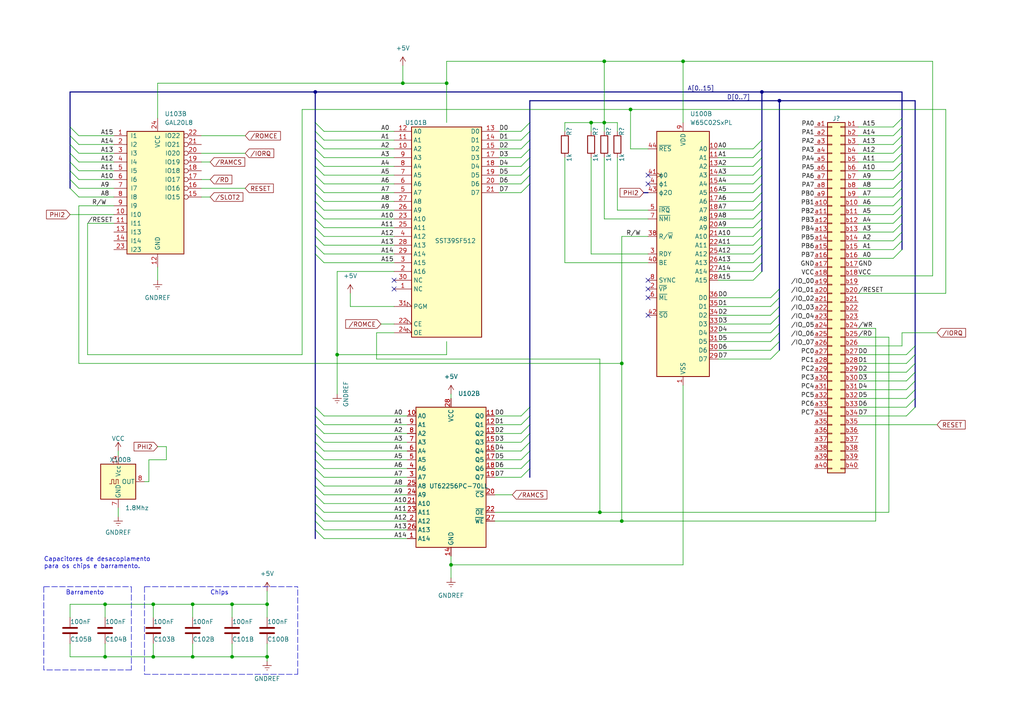
<source format=kicad_sch>
(kicad_sch (version 20211123) (generator eeschema)
  (paper "A4")
  (title_block (title "HMC56") (date "24/02/2024") (rev "A") (company "Open Software") (comment 1 "Retro computer HMC56 using R6502") (comment 2 "Paulo da Silva (pdsilva)") (comment 3 "ppsilv gmail com"))
  (junction (at 226.06 29.21))
  (junction (at 97.79 102.87))
  (junction (at 77.47 175.26))
  (junction (at 67.31 175.26))
  (junction (at 130.81 163.83))
  (junction (at 182.88 31.75))
  (junction (at 30.48 190.5))
  (junction (at 55.88 175.26))
  (junction (at 175.26 17.78))
  (junction (at 44.45 190.5))
  (junction (at 67.31 190.5))
  (junction (at 77.47 190.5))
  (junction (at 129.54 24.13))
  (junction (at 220.98 26.67))
  (junction (at 198.12 17.78))
  (junction (at 173.99 148.59))
  (junction (at 116.84 24.13))
  (junction (at 180.34 105.41))
  (junction (at 171.45 35.56))
  (junction (at 44.45 175.26))
  (junction (at 180.34 151.13))
  (junction (at 91.44 26.67))
  (junction (at 30.48 175.26))
  (junction (at 55.88 190.5))
  (junction (at 175.26 35.56))
  (no_connect (at 114.3 81.28))
  (no_connect (at 114.3 83.82))
  (no_connect (at 187.96 83.82))
  (no_connect (at 187.96 50.8))
  (no_connect (at 187.96 53.34))
  (no_connect (at 187.96 81.28))
  (no_connect (at 187.96 86.36))
  (no_connect (at 187.96 91.44))
  (bus_entry (at 265.43 110.49) (size -2.54 2.54))
  (bus_entry (at 226.06 96.52) (size -2.54 2.54))
  (bus_entry (at 20.32 36.83) (size 2.54 2.54))
  (bus_entry (at 91.44 146.05) (size 2.54 2.54))
  (bus_entry (at 153.67 125.73) (size -2.54 2.54))
  (bus_entry (at 91.44 133.35) (size 2.54 2.54))
  (bus_entry (at 91.44 60.96) (size 2.54 2.54))
  (bus_entry (at 20.32 49.53) (size 2.54 2.54))
  (bus_entry (at 153.67 43.18) (size -2.54 2.54))
  (bus_entry (at 91.44 50.8) (size 2.54 2.54))
  (bus_entry (at 226.06 91.44) (size -2.54 2.54))
  (bus_entry (at 220.98 73.66) (size -2.54 2.54))
  (bus_entry (at 220.98 45.72) (size -2.54 2.54))
  (bus_entry (at 261.62 44.45) (size -2.54 2.54))
  (bus_entry (at 220.98 66.04) (size -2.54 2.54))
  (bus_entry (at 220.98 60.96) (size -2.54 2.54))
  (bus_entry (at 91.44 128.27) (size 2.54 2.54))
  (bus_entry (at 20.32 41.91) (size 2.54 2.54))
  (bus_entry (at 220.98 53.34) (size -2.54 2.54))
  (bus_entry (at 261.62 49.53) (size -2.54 2.54))
  (bus_entry (at 261.62 67.31) (size -2.54 2.54))
  (bus_entry (at 153.67 120.65) (size -2.54 2.54))
  (bus_entry (at 261.62 72.39) (size -2.54 2.54))
  (bus_entry (at 91.44 140.97) (size 2.54 2.54))
  (bus_entry (at 226.06 93.98) (size -2.54 2.54))
  (bus_entry (at 153.67 130.81) (size -2.54 2.54))
  (bus_entry (at 261.62 41.91) (size -2.54 2.54))
  (bus_entry (at 265.43 100.33) (size -2.54 2.54))
  (bus_entry (at 153.67 50.8) (size -2.54 2.54))
  (bus_entry (at 226.06 88.9) (size -2.54 2.54))
  (bus_entry (at 91.44 35.56) (size 2.54 2.54))
  (bus_entry (at 261.62 69.85) (size -2.54 2.54))
  (bus_entry (at 91.44 58.42) (size 2.54 2.54))
  (bus_entry (at 220.98 58.42) (size -2.54 2.54))
  (bus_entry (at 220.98 50.8) (size -2.54 2.54))
  (bus_entry (at 153.67 118.11) (size -2.54 2.54))
  (bus_entry (at 220.98 63.5) (size -2.54 2.54))
  (bus_entry (at 20.32 52.07) (size 2.54 2.54))
  (bus_entry (at 261.62 36.83) (size -2.54 2.54))
  (bus_entry (at 261.62 34.29) (size -2.54 2.54))
  (bus_entry (at 91.44 43.18) (size 2.54 2.54))
  (bus_entry (at 91.44 63.5) (size 2.54 2.54))
  (bus_entry (at 265.43 105.41) (size -2.54 2.54))
  (bus_entry (at 91.44 138.43) (size 2.54 2.54))
  (bus_entry (at 91.44 143.51) (size 2.54 2.54))
  (bus_entry (at 265.43 107.95) (size -2.54 2.54))
  (bus_entry (at 265.43 115.57) (size -2.54 2.54))
  (bus_entry (at 220.98 68.58) (size -2.54 2.54))
  (bus_entry (at 153.67 38.1) (size -2.54 2.54))
  (bus_entry (at 226.06 99.06) (size -2.54 2.54))
  (bus_entry (at 261.62 62.23) (size -2.54 2.54))
  (bus_entry (at 91.44 130.81) (size 2.54 2.54))
  (bus_entry (at 226.06 101.6) (size -2.54 2.54))
  (bus_entry (at 220.98 71.12) (size -2.54 2.54))
  (bus_entry (at 153.67 35.56) (size -2.54 2.54))
  (bus_entry (at 265.43 102.87) (size -2.54 2.54))
  (bus_entry (at 261.62 39.37) (size -2.54 2.54))
  (bus_entry (at 91.44 151.13) (size 2.54 2.54))
  (bus_entry (at 265.43 118.11) (size -2.54 2.54))
  (bus_entry (at 91.44 48.26) (size 2.54 2.54))
  (bus_entry (at 91.44 55.88) (size 2.54 2.54))
  (bus_entry (at 91.44 73.66) (size 2.54 2.54))
  (bus_entry (at 220.98 40.64) (size -2.54 2.54))
  (bus_entry (at 220.98 55.88) (size -2.54 2.54))
  (bus_entry (at 220.98 43.18) (size -2.54 2.54))
  (bus_entry (at 91.44 40.64) (size 2.54 2.54))
  (bus_entry (at 20.32 46.99) (size 2.54 2.54))
  (bus_entry (at 91.44 120.65) (size 2.54 2.54))
  (bus_entry (at 91.44 153.67) (size 2.54 2.54))
  (bus_entry (at 91.44 38.1) (size 2.54 2.54))
  (bus_entry (at 91.44 125.73) (size 2.54 2.54))
  (bus_entry (at 91.44 118.11) (size 2.54 2.54))
  (bus_entry (at 91.44 45.72) (size 2.54 2.54))
  (bus_entry (at 220.98 76.2) (size -2.54 2.54))
  (bus_entry (at 261.62 57.15) (size -2.54 2.54))
  (bus_entry (at 226.06 83.82) (size -2.54 2.54))
  (bus_entry (at 153.67 53.34) (size -2.54 2.54))
  (bus_entry (at 261.62 54.61) (size -2.54 2.54))
  (bus_entry (at 153.67 45.72) (size -2.54 2.54))
  (bus_entry (at 261.62 64.77) (size -2.54 2.54))
  (bus_entry (at 91.44 68.58) (size 2.54 2.54))
  (bus_entry (at 153.67 133.35) (size -2.54 2.54))
  (bus_entry (at 91.44 53.34) (size 2.54 2.54))
  (bus_entry (at 226.06 86.36) (size -2.54 2.54))
  (bus_entry (at 220.98 78.74) (size -2.54 2.54))
  (bus_entry (at 91.44 123.19) (size 2.54 2.54))
  (bus_entry (at 261.62 52.07) (size -2.54 2.54))
  (bus_entry (at 91.44 148.59) (size 2.54 2.54))
  (bus_entry (at 20.32 39.37) (size 2.54 2.54))
  (bus_entry (at 265.43 113.03) (size -2.54 2.54))
  (bus_entry (at 91.44 66.04) (size 2.54 2.54))
  (bus_entry (at 153.67 128.27) (size -2.54 2.54))
  (bus_entry (at 20.32 44.45) (size 2.54 2.54))
  (bus_entry (at 91.44 135.89) (size 2.54 2.54))
  (bus_entry (at 153.67 48.26) (size -2.54 2.54))
  (bus_entry (at 91.44 71.12) (size 2.54 2.54))
  (bus_entry (at 220.98 48.26) (size -2.54 2.54))
  (bus_entry (at 153.67 40.64) (size -2.54 2.54))
  (bus_entry (at 153.67 123.19) (size -2.54 2.54))
  (bus_entry (at 261.62 59.69) (size -2.54 2.54))
  (bus_entry (at 20.32 54.61) (size 2.54 2.54))
  (bus_entry (at 153.67 135.89) (size -2.54 2.54))
  (bus_entry (at 261.62 46.99) (size -2.54 2.54))
  (wire (pts (xy 48.26 133.35) (xy 43.18 133.35)))
  (bus (pts (xy 261.62 26.67) (xy 220.98 26.67)))
  (wire (pts (xy 77.47 175.26) (xy 77.47 179.07)))
  (bus (pts (xy 91.44 48.26) (xy 91.44 50.8)))
  (wire (pts (xy 208.28 96.52) (xy 223.52 96.52)))
  (bus (pts (xy 261.62 34.29) (xy 261.62 26.67)))
  (wire (pts (xy 109.22 96.52) (xy 109.22 104.14)))
  (wire (pts (xy 33.02 64.77) (xy 25.4 64.77)))
  (wire (pts (xy 93.98 153.67) (xy 118.11 153.67)))
  (wire (pts (xy 93.98 60.96) (xy 114.3 60.96)))
  (wire (pts (xy 109.22 104.14) (xy 173.99 104.14)))
  (wire (pts (xy 198.12 17.78) (xy 198.12 35.56)))
  (bus (pts (xy 91.44 63.5) (xy 91.44 66.04)))
  (bus (pts (xy 261.62 36.83) (xy 261.62 39.37)))
  (wire (pts (xy 254 95.25) (xy 254 151.13)))
  (wire (pts (xy 143.51 133.35) (xy 151.13 133.35)))
  (wire (pts (xy 208.28 78.74) (xy 218.44 78.74)))
  (wire (pts (xy 248.92 54.61) (xy 259.08 54.61)))
  (wire (pts (xy 173.99 104.14) (xy 173.99 148.59)))
  (bus (pts (xy 220.98 76.2) (xy 220.98 78.74)))
  (bus (pts (xy 261.62 44.45) (xy 261.62 46.99)))
  (bus (pts (xy 153.67 120.65) (xy 153.67 123.19)))
  (bus (pts (xy 220.98 48.26) (xy 220.98 50.8)))
  (bus (pts (xy 186.69 55.88) (xy 187.96 55.88)))
  (wire (pts (xy 20.32 62.23) (xy 33.02 62.23)))
  (wire (pts (xy 208.28 55.88) (xy 218.44 55.88)))
  (wire (pts (xy 180.34 151.13) (xy 254 151.13)))
  (wire (pts (xy 261.62 96.52) (xy 271.78 96.52)))
  (wire (pts (xy 20.32 186.69) (xy 20.32 190.5)))
  (wire (pts (xy 93.98 38.1) (xy 114.3 38.1)))
  (wire (pts (xy 55.88 175.26) (xy 55.88 179.07)))
  (bus (pts (xy 265.43 100.33) (xy 265.43 102.87)))
  (wire (pts (xy 114.3 88.9) (xy 101.6 88.9)))
  (bus (pts (xy 220.98 26.67) (xy 220.98 40.64)))
  (wire (pts (xy 261.62 100.33) (xy 248.92 100.33)))
  (bus (pts (xy 91.44 151.13) (xy 91.44 153.67)))
  (wire (pts (xy 58.42 46.99) (xy 60.96 46.99)))
  (bus (pts (xy 261.62 59.69) (xy 261.62 62.23)))
  (bus (pts (xy 261.62 46.99) (xy 261.62 49.53)))
  (bus (pts (xy 91.44 128.27) (xy 91.44 130.81)))
  (bus (pts (xy 91.44 153.67) (xy 91.44 156.21)))
  (wire (pts (xy 208.28 101.6) (xy 223.52 101.6)))
  (wire (pts (xy 208.28 86.36) (xy 223.52 86.36)))
  (wire (pts (xy 248.92 102.87) (xy 262.89 102.87)))
  (bus (pts (xy 220.98 71.12) (xy 220.98 73.66)))
  (wire (pts (xy 208.28 93.98) (xy 223.52 93.98)))
  (bus (pts (xy 265.43 102.87) (xy 265.43 105.41)))
  (wire (pts (xy 182.88 31.75) (xy 182.88 43.18)))
  (wire (pts (xy 93.98 140.97) (xy 118.11 140.97)))
  (wire (pts (xy 22.86 57.15) (xy 33.02 57.15)))
  (wire (pts (xy 143.51 125.73) (xy 151.13 125.73)))
  (wire (pts (xy 208.28 88.9) (xy 223.52 88.9)))
  (wire (pts (xy 144.78 40.64) (xy 151.13 40.64)))
  (wire (pts (xy 93.98 128.27) (xy 118.11 128.27)))
  (wire (pts (xy 93.98 53.34) (xy 114.3 53.34)))
  (wire (pts (xy 248.92 69.85) (xy 259.08 69.85)))
  (wire (pts (xy 45.72 24.13) (xy 116.84 24.13)))
  (wire (pts (xy 93.98 143.51) (xy 118.11 143.51)))
  (wire (pts (xy 248.92 97.79) (xy 257.81 97.79)))
  (polyline (pts (xy 41.91 170.18) (xy 86.36 170.18)))
  (bus (pts (xy 153.67 40.64) (xy 153.67 43.18)))
  (wire (pts (xy 43.18 133.35) (xy 43.18 139.7)))
  (polyline (pts (xy 38.1 170.18) (xy 38.1 194.31)))
  (wire (pts (xy 30.48 186.69) (xy 30.48 190.5)))
  (wire (pts (xy 270.51 80.01) (xy 270.51 17.78)))
  (bus (pts (xy 220.98 73.66) (xy 220.98 76.2)))
  (wire (pts (xy 144.78 48.26) (xy 151.13 48.26)))
  (bus (pts (xy 220.98 40.64) (xy 220.98 43.18)))
  (bus (pts (xy 220.98 63.5) (xy 220.98 66.04)))
  (bus (pts (xy 91.44 60.96) (xy 91.44 63.5)))
  (bus (pts (xy 153.67 118.11) (xy 153.67 120.65)))
  (wire (pts (xy 58.42 54.61) (xy 71.12 54.61)))
  (bus (pts (xy 91.44 123.19) (xy 91.44 125.73)))
  (wire (pts (xy 93.98 148.59) (xy 118.11 148.59)))
  (wire (pts (xy 248.92 36.83) (xy 259.08 36.83)))
  (wire (pts (xy 143.51 120.65) (xy 151.13 120.65)))
  (bus (pts (xy 91.44 143.51) (xy 91.44 146.05)))
  (wire (pts (xy 22.86 54.61) (xy 33.02 54.61)))
  (wire (pts (xy 116.84 19.05) (xy 116.84 24.13)))
  (wire (pts (xy 182.88 43.18) (xy 187.96 43.18)))
  (wire (pts (xy 248.92 80.01) (xy 270.51 80.01)))
  (bus (pts (xy 226.06 88.9) (xy 226.06 86.36)))
  (bus (pts (xy 261.62 62.23) (xy 261.62 64.77)))
  (bus (pts (xy 153.67 45.72) (xy 153.67 48.26)))
  (wire (pts (xy 208.28 91.44) (xy 223.52 91.44)))
  (wire (pts (xy 58.42 44.45) (xy 71.12 44.45)))
  (wire (pts (xy 67.31 186.69) (xy 67.31 190.5)))
  (wire (pts (xy 77.47 171.45) (xy 77.47 175.26)))
  (wire (pts (xy 163.83 35.56) (xy 171.45 35.56)))
  (bus (pts (xy 226.06 101.6) (xy 226.06 99.06)))
  (wire (pts (xy 93.98 133.35) (xy 118.11 133.35)))
  (wire (pts (xy 93.98 73.66) (xy 114.3 73.66)))
  (wire (pts (xy 93.98 45.72) (xy 114.3 45.72)))
  (wire (pts (xy 93.98 40.64) (xy 114.3 40.64)))
  (wire (pts (xy 248.92 59.69) (xy 259.08 59.69)))
  (wire (pts (xy 274.32 31.75) (xy 274.32 85.09)))
  (bus (pts (xy 265.43 29.21) (xy 265.43 100.33)))
  (wire (pts (xy 208.28 104.14) (xy 223.52 104.14)))
  (wire (pts (xy 44.45 190.5) (xy 55.88 190.5)))
  (wire (pts (xy 208.28 71.12) (xy 218.44 71.12)))
  (bus (pts (xy 20.32 41.91) (xy 20.32 44.45)))
  (bus (pts (xy 226.06 86.36) (xy 226.06 83.82)))
  (bus (pts (xy 91.44 120.65) (xy 91.44 123.19)))
  (bus (pts (xy 91.44 118.11) (xy 91.44 120.65)))
  (bus (pts (xy 91.44 58.42) (xy 91.44 60.96)))
  (wire (pts (xy 45.72 129.54) (xy 48.26 129.54)))
  (bus (pts (xy 220.98 68.58) (xy 220.98 71.12)))
  (bus (pts (xy 261.62 52.07) (xy 261.62 54.61)))
  (bus (pts (xy 220.98 26.67) (xy 91.44 26.67)))
  (bus (pts (xy 91.44 50.8) (xy 91.44 53.34)))
  (bus (pts (xy 20.32 52.07) (xy 20.32 54.61)))
  (bus (pts (xy 261.62 34.29) (xy 261.62 36.83)))
  (bus (pts (xy 153.67 50.8) (xy 153.67 53.34)))
  (wire (pts (xy 87.63 102.87) (xy 87.63 31.75)))
  (wire (pts (xy 143.51 138.43) (xy 151.13 138.43)))
  (wire (pts (xy 45.72 34.29) (xy 45.72 24.13)))
  (wire (pts (xy 130.81 161.29) (xy 130.81 163.83)))
  (wire (pts (xy 248.92 85.09) (xy 274.32 85.09)))
  (wire (pts (xy 143.51 130.81) (xy 151.13 130.81)))
  (bus (pts (xy 226.06 96.52) (xy 226.06 93.98)))
  (wire (pts (xy 208.28 45.72) (xy 218.44 45.72)))
  (wire (pts (xy 163.83 76.2) (xy 163.83 45.72)))
  (wire (pts (xy 67.31 175.26) (xy 67.31 179.07)))
  (wire (pts (xy 97.79 102.87) (xy 97.79 114.3)))
  (bus (pts (xy 220.98 50.8) (xy 220.98 53.34)))
  (wire (pts (xy 30.48 175.26) (xy 44.45 175.26)))
  (bus (pts (xy 91.44 148.59) (xy 91.44 151.13)))
  (wire (pts (xy 208.28 60.96) (xy 218.44 60.96)))
  (wire (pts (xy 93.98 135.89) (xy 118.11 135.89)))
  (wire (pts (xy 248.92 67.31) (xy 259.08 67.31)))
  (wire (pts (xy 173.99 148.59) (xy 143.51 148.59)))
  (wire (pts (xy 34.29 130.81) (xy 34.29 132.08)))
  (wire (pts (xy 58.42 52.07) (xy 60.96 52.07)))
  (wire (pts (xy 58.42 57.15) (xy 60.96 57.15)))
  (wire (pts (xy 143.51 123.19) (xy 151.13 123.19)))
  (wire (pts (xy 208.28 50.8) (xy 218.44 50.8)))
  (wire (pts (xy 22.86 46.99) (xy 33.02 46.99)))
  (wire (pts (xy 248.92 46.99) (xy 259.08 46.99)))
  (bus (pts (xy 91.44 26.67) (xy 91.44 35.56)))
  (wire (pts (xy 93.98 123.19) (xy 118.11 123.19)))
  (bus (pts (xy 91.44 130.81) (xy 91.44 133.35)))
  (wire (pts (xy 97.79 78.74) (xy 97.79 102.87)))
  (wire (pts (xy 248.92 44.45) (xy 259.08 44.45)))
  (wire (pts (xy 22.86 105.41) (xy 180.34 105.41)))
  (bus (pts (xy 91.44 43.18) (xy 91.44 45.72)))
  (bus (pts (xy 91.44 45.72) (xy 91.44 48.26)))
  (wire (pts (xy 20.32 190.5) (xy 30.48 190.5)))
  (wire (pts (xy 175.26 45.72) (xy 175.26 63.5)))
  (wire (pts (xy 93.98 66.04) (xy 114.3 66.04)))
  (bus (pts (xy 265.43 105.41) (xy 265.43 107.95)))
  (bus (pts (xy 153.67 38.1) (xy 153.67 40.64)))
  (wire (pts (xy 171.45 35.56) (xy 175.26 35.56)))
  (wire (pts (xy 171.45 38.1) (xy 171.45 35.56)))
  (bus (pts (xy 226.06 99.06) (xy 226.06 96.52)))
  (wire (pts (xy 144.78 45.72) (xy 151.13 45.72)))
  (polyline (pts (xy 12.7 170.18) (xy 12.7 194.31)))
  (bus (pts (xy 91.44 53.34) (xy 91.44 55.88)))
  (wire (pts (xy 144.78 53.34) (xy 151.13 53.34)))
  (bus (pts (xy 91.44 35.56) (xy 91.44 38.1)))
  (wire (pts (xy 261.62 96.52) (xy 261.62 100.33)))
  (wire (pts (xy 87.63 31.75) (xy 182.88 31.75)))
  (bus (pts (xy 261.62 39.37) (xy 261.62 41.91)))
  (wire (pts (xy 248.92 113.03) (xy 262.89 113.03)))
  (wire (pts (xy 173.99 148.59) (xy 257.81 148.59)))
  (wire (pts (xy 129.54 24.13) (xy 129.54 17.78)))
  (wire (pts (xy 55.88 175.26) (xy 67.31 175.26)))
  (wire (pts (xy 182.88 31.75) (xy 274.32 31.75)))
  (wire (pts (xy 77.47 186.69) (xy 77.47 190.5)))
  (wire (pts (xy 93.98 63.5) (xy 114.3 63.5)))
  (wire (pts (xy 43.18 139.7) (xy 41.91 139.7)))
  (wire (pts (xy 248.92 72.39) (xy 259.08 72.39)))
  (wire (pts (xy 143.51 143.51) (xy 148.59 143.51)))
  (bus (pts (xy 91.44 138.43) (xy 91.44 140.97)))
  (wire (pts (xy 93.98 130.81) (xy 118.11 130.81)))
  (wire (pts (xy 171.45 45.72) (xy 171.45 73.66)))
  (wire (pts (xy 208.28 48.26) (xy 218.44 48.26)))
  (bus (pts (xy 91.44 66.04) (xy 91.44 68.58)))
  (wire (pts (xy 208.28 81.28) (xy 218.44 81.28)))
  (bus (pts (xy 220.98 43.18) (xy 220.98 45.72)))
  (polyline (pts (xy 41.91 170.18) (xy 41.91 195.58)))
  (bus (pts (xy 20.32 49.53) (xy 20.32 52.07)))
  (wire (pts (xy 180.34 105.41) (xy 180.34 151.13)))
  (bus (pts (xy 153.67 130.81) (xy 153.67 133.35)))
  (bus (pts (xy 91.44 40.64) (xy 91.44 43.18)))
  (wire (pts (xy 114.3 78.74) (xy 97.79 78.74)))
  (wire (pts (xy 248.92 49.53) (xy 259.08 49.53)))
  (bus (pts (xy 153.67 125.73) (xy 153.67 128.27)))
  (bus (pts (xy 226.06 29.21) (xy 265.43 29.21)))
  (bus (pts (xy 265.43 110.49) (xy 265.43 113.03)))
  (wire (pts (xy 129.54 17.78) (xy 175.26 17.78)))
  (wire (pts (xy 22.86 39.37) (xy 33.02 39.37)))
  (bus (pts (xy 261.62 49.53) (xy 261.62 52.07)))
  (bus (pts (xy 220.98 55.88) (xy 220.98 58.42)))
  (wire (pts (xy 143.51 128.27) (xy 151.13 128.27)))
  (wire (pts (xy 93.98 146.05) (xy 118.11 146.05)))
  (bus (pts (xy 226.06 29.21) (xy 153.67 29.21)))
  (wire (pts (xy 93.98 50.8) (xy 114.3 50.8)))
  (bus (pts (xy 20.32 44.45) (xy 20.32 46.99)))
  (wire (pts (xy 143.51 151.13) (xy 180.34 151.13)))
  (wire (pts (xy 187.96 76.2) (xy 163.83 76.2)))
  (wire (pts (xy 97.79 102.87) (xy 129.54 102.87)))
  (wire (pts (xy 208.28 43.18) (xy 218.44 43.18)))
  (wire (pts (xy 248.92 74.93) (xy 259.08 74.93)))
  (wire (pts (xy 130.81 163.83) (xy 198.12 163.83)))
  (wire (pts (xy 116.84 24.13) (xy 129.54 24.13)))
  (wire (pts (xy 58.42 39.37) (xy 71.12 39.37)))
  (wire (pts (xy 22.86 41.91) (xy 33.02 41.91)))
  (wire (pts (xy 248.92 39.37) (xy 259.08 39.37)))
  (wire (pts (xy 130.81 163.83) (xy 130.81 167.64)))
  (wire (pts (xy 93.98 68.58) (xy 114.3 68.58)))
  (wire (pts (xy 208.28 63.5) (xy 218.44 63.5)))
  (bus (pts (xy 91.44 55.88) (xy 91.44 58.42)))
  (bus (pts (xy 265.43 113.03) (xy 265.43 115.57)))
  (bus (pts (xy 91.44 26.67) (xy 20.32 26.67)))
  (bus (pts (xy 91.44 68.58) (xy 91.44 71.12)))
  (bus (pts (xy 153.67 48.26) (xy 153.67 50.8)))
  (bus (pts (xy 226.06 83.82) (xy 226.06 29.21)))
  (wire (pts (xy 248.92 95.25) (xy 254 95.25)))
  (wire (pts (xy 175.26 63.5) (xy 187.96 63.5)))
  (wire (pts (xy 179.07 60.96) (xy 187.96 60.96)))
  (wire (pts (xy 144.78 50.8) (xy 151.13 50.8)))
  (bus (pts (xy 20.32 39.37) (xy 20.32 41.91)))
  (wire (pts (xy 248.92 107.95) (xy 262.89 107.95)))
  (wire (pts (xy 67.31 190.5) (xy 77.47 190.5)))
  (bus (pts (xy 153.67 133.35) (xy 153.67 135.89)))
  (wire (pts (xy 208.28 99.06) (xy 223.52 99.06)))
  (wire (pts (xy 208.28 66.04) (xy 218.44 66.04)))
  (polyline (pts (xy 12.7 170.18) (xy 38.1 170.18)))
  (wire (pts (xy 248.92 62.23) (xy 259.08 62.23)))
  (wire (pts (xy 45.72 77.47) (xy 45.72 81.28)))
  (wire (pts (xy 55.88 186.69) (xy 55.88 190.5)))
  (wire (pts (xy 175.26 35.56) (xy 179.07 35.56)))
  (wire (pts (xy 187.96 68.58) (xy 180.34 68.58)))
  (wire (pts (xy 248.92 115.57) (xy 262.89 115.57)))
  (wire (pts (xy 143.51 135.89) (xy 151.13 135.89)))
  (wire (pts (xy 93.98 151.13) (xy 118.11 151.13)))
  (bus (pts (xy 261.62 41.91) (xy 261.62 44.45)))
  (wire (pts (xy 175.26 38.1) (xy 175.26 35.56)))
  (bus (pts (xy 91.44 133.35) (xy 91.44 135.89)))
  (wire (pts (xy 101.6 88.9) (xy 101.6 85.09)))
  (wire (pts (xy 208.28 73.66) (xy 218.44 73.66)))
  (wire (pts (xy 187.96 73.66) (xy 171.45 73.66)))
  (bus (pts (xy 91.44 38.1) (xy 91.44 40.64)))
  (wire (pts (xy 144.78 55.88) (xy 151.13 55.88)))
  (wire (pts (xy 93.98 58.42) (xy 114.3 58.42)))
  (wire (pts (xy 44.45 186.69) (xy 44.45 190.5)))
  (wire (pts (xy 208.28 68.58) (xy 218.44 68.58)))
  (wire (pts (xy 55.88 190.5) (xy 67.31 190.5)))
  (wire (pts (xy 248.92 57.15) (xy 259.08 57.15)))
  (bus (pts (xy 261.62 67.31) (xy 261.62 69.85)))
  (polyline (pts (xy 86.36 195.58) (xy 86.36 170.18)))
  (wire (pts (xy 93.98 48.26) (xy 114.3 48.26)))
  (wire (pts (xy 22.86 52.07) (xy 33.02 52.07)))
  (wire (pts (xy 248.92 64.77) (xy 259.08 64.77)))
  (wire (pts (xy 93.98 55.88) (xy 114.3 55.88)))
  (wire (pts (xy 67.31 175.26) (xy 77.47 175.26)))
  (polyline (pts (xy 41.91 195.58) (xy 86.36 195.58)))
  (wire (pts (xy 248.92 105.41) (xy 262.89 105.41)))
  (wire (pts (xy 144.78 38.1) (xy 151.13 38.1)))
  (wire (pts (xy 110.49 93.98) (xy 114.3 93.98)))
  (bus (pts (xy 20.32 46.99) (xy 20.32 49.53)))
  (bus (pts (xy 226.06 91.44) (xy 226.06 88.9)))
  (bus (pts (xy 153.67 29.21) (xy 153.67 35.56)))
  (wire (pts (xy 248.92 41.91) (xy 259.08 41.91)))
  (wire (pts (xy 257.81 97.79) (xy 257.81 148.59)))
  (wire (pts (xy 175.26 17.78) (xy 198.12 17.78)))
  (bus (pts (xy 91.44 146.05) (xy 91.44 148.59)))
  (wire (pts (xy 208.28 53.34) (xy 218.44 53.34)))
  (wire (pts (xy 248.92 110.49) (xy 262.89 110.49)))
  (wire (pts (xy 25.4 102.87) (xy 87.63 102.87)))
  (wire (pts (xy 44.45 175.26) (xy 55.88 175.26)))
  (wire (pts (xy 30.48 175.26) (xy 30.48 179.07)))
  (bus (pts (xy 220.98 53.34) (xy 220.98 55.88)))
  (bus (pts (xy 265.43 115.57) (xy 265.43 118.11)))
  (bus (pts (xy 20.32 36.83) (xy 20.32 39.37)))
  (bus (pts (xy 220.98 58.42) (xy 220.98 60.96)))
  (wire (pts (xy 93.98 76.2) (xy 114.3 76.2)))
  (wire (pts (xy 93.98 43.18) (xy 114.3 43.18)))
  (bus (pts (xy 220.98 60.96) (xy 220.98 63.5)))
  (bus (pts (xy 153.67 43.18) (xy 153.67 45.72)))
  (wire (pts (xy 20.32 175.26) (xy 30.48 175.26)))
  (wire (pts (xy 34.29 147.32) (xy 34.29 149.86)))
  (wire (pts (xy 48.26 129.54) (xy 48.26 133.35)))
  (wire (pts (xy 179.07 45.72) (xy 179.07 60.96)))
  (wire (pts (xy 129.54 99.06) (xy 129.54 102.87)))
  (bus (pts (xy 91.44 135.89) (xy 91.44 138.43)))
  (wire (pts (xy 93.98 138.43) (xy 118.11 138.43)))
  (wire (pts (xy 25.4 64.77) (xy 25.4 102.87)))
  (bus (pts (xy 153.67 128.27) (xy 153.67 130.81)))
  (wire (pts (xy 198.12 163.83) (xy 198.12 111.76)))
  (wire (pts (xy 93.98 156.21) (xy 118.11 156.21)))
  (bus (pts (xy 91.44 73.66) (xy 91.44 118.11)))
  (bus (pts (xy 20.32 26.67) (xy 20.32 36.83)))
  (wire (pts (xy 30.48 190.5) (xy 44.45 190.5)))
  (bus (pts (xy 226.06 93.98) (xy 226.06 91.44)))
  (wire (pts (xy 180.34 68.58) (xy 180.34 105.41)))
  (wire (pts (xy 208.28 76.2) (xy 218.44 76.2)))
  (bus (pts (xy 91.44 71.12) (xy 91.44 73.66)))
  (bus (pts (xy 153.67 35.56) (xy 153.67 38.1)))
  (wire (pts (xy 22.86 49.53) (xy 33.02 49.53)))
  (wire (pts (xy 163.83 38.1) (xy 163.83 35.56)))
  (wire (pts (xy 208.28 58.42) (xy 218.44 58.42)))
  (wire (pts (xy 93.98 71.12) (xy 114.3 71.12)))
  (wire (pts (xy 248.92 120.65) (xy 262.89 120.65)))
  (wire (pts (xy 175.26 17.78) (xy 175.26 35.56)))
  (bus (pts (xy 153.67 53.34) (xy 153.67 118.11)))
  (bus (pts (xy 91.44 125.73) (xy 91.44 128.27)))
  (wire (pts (xy 22.86 59.69) (xy 22.86 105.41)))
  (wire (pts (xy 93.98 125.73) (xy 118.11 125.73)))
  (wire (pts (xy 248.92 123.19) (xy 271.78 123.19)))
  (wire (pts (xy 33.02 59.69) (xy 22.86 59.69)))
  (bus (pts (xy 153.67 135.89) (xy 153.67 138.43)))
  (polyline (pts (xy 38.1 194.31) (xy 12.7 194.31)))
  (wire (pts (xy 44.45 175.26) (xy 44.45 179.07)))
  (wire (pts (xy 248.92 118.11) (xy 262.89 118.11)))
  (bus (pts (xy 220.98 66.04) (xy 220.98 68.58)))
  (bus (pts (xy 265.43 107.95) (xy 265.43 110.49)))
  (bus (pts (xy 153.67 123.19) (xy 153.67 125.73)))
  (bus (pts (xy 220.98 45.72) (xy 220.98 48.26)))
  (wire (pts (xy 129.54 35.56) (xy 129.54 24.13)))
  (bus (pts (xy 91.44 140.97) (xy 91.44 143.51)))
  (wire (pts (xy 22.86 44.45) (xy 33.02 44.45)))
  (wire (pts (xy 144.78 43.18) (xy 151.13 43.18)))
  (wire (pts (xy 179.07 35.56) (xy 179.07 38.1)))
  (wire (pts (xy 20.32 179.07) (xy 20.32 175.26)))
  (bus (pts (xy 261.62 54.61) (xy 261.62 57.15)))
  (bus (pts (xy 261.62 64.77) (xy 261.62 67.31)))
  (wire (pts (xy 77.47 190.5) (xy 77.47 191.77)))
  (wire (pts (xy 248.92 52.07) (xy 259.08 52.07)))
  (wire (pts (xy 93.98 120.65) (xy 118.11 120.65)))
  (wire (pts (xy 114.3 96.52) (xy 109.22 96.52)))
  (wire (pts (xy 270.51 17.78) (xy 198.12 17.78)))
  (wire (pts (xy 130.81 115.57) (xy 130.81 114.3)))
  (bus (pts (xy 261.62 69.85) (xy 261.62 72.39)))
  (bus (pts (xy 261.62 57.15) (xy 261.62 59.69)))
  (text "Barramento" (at 19.05 172.72 0) (effects (font (size 1.27 1.27)) (justify left bottom)))
  (text "Chips" (at 60.96 172.72 0) (effects (font (size 1.27 1.27)) (justify left bottom)))
  (text "Capacitores de desacoplamento \npara os chips e barramento." (at 12.7 165.1 0) (effects (font (size 1.27 1.27)) (justify left bottom)))
  (label "A6" (at 110.49 53.34 0))
  (label "D7" (at 143.51 138.43 0))
  (label "D1" (at 208.28 88.9 0))
  (label "D3" (at 144.78 45.72 0))
  (label "PC5" (at 236.22 115.57 180))
  (label "A7" (at 208.28 60.96 0))
  (label "A14" (at 114.3 156.21 0))
  (label "PA3" (at 236.22 44.45 180))
  (label "A4" (at 250.19 64.77 0))
  (label "PA1" (at 236.22 39.37 180))
  (label "A6" (at 208.28 58.42 0))
  (label "D[0..7]" (at 210.82 29.21 0))
  (label "A5" (at 208.28 55.88 0))
  (label "R{slash}W" (at 26.67 59.69 0))
  (label "PC7" (at 236.22 120.65 180))
  (label "{slash}RESET" (at 248.92 85.09 0))
  (label "PA2" (at 236.22 41.91 180))
  (label "{slash}IO_03" (at 236.22 90.17 180))
  (label "A10" (at 250.19 49.53 0))
  (label "D6" (at 248.92 118.11 0))
  (label "A1" (at 110.49 40.64 0))
  (label "D1" (at 248.92 105.41 0))
  (label "PA5" (at 236.22 49.53 180))
  (label "D1" (at 143.51 123.19 0))
  (label "A8" (at 208.28 63.5 0))
  (label "PC2" (at 236.22 107.95 180))
  (label "A2" (at 110.49 43.18 0))
  (label "A0" (at 250.19 74.93 0))
  (label "D7" (at 248.92 120.65 0))
  (label "A7" (at 110.49 55.88 0))
  (label "D4" (at 248.92 113.03 0))
  (label "PB1" (at 236.22 59.69 180))
  (label "{slash}IO_02" (at 236.22 87.63 180))
  (label "A9" (at 29.21 54.61 0))
  (label "D5" (at 248.92 115.57 0))
  (label "D2" (at 143.51 125.73 0))
  (label "A13" (at 110.49 71.12 0))
  (label "A13" (at 29.21 44.45 0))
  (label "A15" (at 250.19 36.83 0))
  (label "A12" (at 250.19 44.45 0))
  (label "A15" (at 110.49 76.2 0))
  (label "PC4" (at 236.22 113.03 180))
  (label "A1" (at 250.19 72.39 0))
  (label "D6" (at 143.51 135.89 0))
  (label "A2" (at 208.28 48.26 0))
  (label "A14" (at 208.28 78.74 0))
  (label "D0" (at 208.28 86.36 0))
  (label "A12" (at 208.28 73.66 0))
  (label "A14" (at 29.21 41.91 0))
  (label "A3" (at 114.3 128.27 0))
  (label "PB3" (at 236.22 64.77 180))
  (label "A0" (at 208.28 43.18 0))
  (label "A14" (at 250.19 39.37 0))
  (label "D5" (at 143.51 133.35 0))
  (label "PC3" (at 236.22 110.49 180))
  (label "D6" (at 144.78 53.34 0))
  (label "A13" (at 114.3 153.67 0))
  (label "D2" (at 248.92 107.95 0))
  (label "PA7" (at 236.22 54.61 180))
  (label "A6" (at 250.19 59.69 0))
  (label "PB6" (at 236.22 72.39 180))
  (label "A15" (at 29.21 39.37 0))
  (label "PB2" (at 236.22 62.23 180))
  (label "A6" (at 114.3 135.89 0))
  (label "PB7" (at 236.22 74.93 180))
  (label "{slash}WR" (at 248.92 95.25 0))
  (label "A8" (at 114.3 140.97 0))
  (label "PA6" (at 236.22 52.07 180))
  (label "D3" (at 143.51 128.27 0))
  (label "A11" (at 114.3 148.59 0))
  (label "A12" (at 114.3 151.13 0))
  (label "A1" (at 208.28 45.72 0))
  (label "A0" (at 110.49 38.1 0))
  (label "GND" (at 236.22 77.47 180))
  (label "A4" (at 114.3 130.81 0))
  (label "A3" (at 110.49 45.72 0))
  (label "PC6" (at 236.22 118.11 180))
  (label "{slash}RESET" (at 25.4 64.77 0))
  (label "D3" (at 208.28 93.98 0))
  (label "D4" (at 144.78 48.26 0))
  (label "A8" (at 250.19 54.61 0))
  (label "{slash}IO_07" (at 236.22 100.33 180))
  (label "D3" (at 248.92 110.49 0))
  (label "A9" (at 114.3 143.51 0))
  (label "A12" (at 110.49 68.58 0))
  (label "A5" (at 110.49 50.8 0))
  (label "A9" (at 110.49 60.96 0))
  (label "PB4" (at 236.22 67.31 180))
  (label "GND" (at 248.92 77.47 0))
  (label "PA0" (at 236.22 36.83 180))
  (label "{slash}IO_04" (at 236.22 92.71 180))
  (label "A11" (at 110.49 66.04 0))
  (label "D5" (at 208.28 99.06 0))
  (label "A13" (at 250.19 41.91 0))
  (label "A11" (at 250.19 46.99 0))
  (label "A2" (at 114.3 125.73 0))
  (label "A10" (at 114.3 146.05 0))
  (label "A10" (at 208.28 68.58 0))
  (label "A7" (at 114.3 138.43 0))
  (label "A15" (at 208.28 81.28 0))
  (label "A1" (at 114.3 123.19 0))
  (label "PB0" (at 236.22 57.15 180))
  (label "A0" (at 114.3 120.65 0))
  (label "A11" (at 29.21 49.53 0))
  (label "A11" (at 208.28 71.12 0))
  (label "VCC" (at 236.22 80.01 180))
  (label "A2" (at 250.19 69.85 0))
  (label "A3" (at 208.28 50.8 0))
  (label "D2" (at 144.78 43.18 0))
  (label "A12" (at 29.21 46.99 0))
  (label "{slash}RD" (at 248.92 97.79 0))
  (label "PA4" (at 236.22 46.99 180))
  (label "PC1" (at 236.22 105.41 180))
  (label "D0" (at 143.51 120.65 0))
  (label "A9" (at 250.19 52.07 0))
  (label "VCC" (at 248.92 80.01 0))
  (label "PB5" (at 236.22 69.85 180))
  (label "A5" (at 250.19 62.23 0))
  (label "A5" (at 114.3 133.35 0))
  (label "A9" (at 208.28 66.04 0))
  (label "{slash}IO_01" (at 236.22 85.09 180))
  (label "A4" (at 208.28 53.34 0))
  (label "D0" (at 144.78 38.1 0))
  (label "D7" (at 144.78 55.88 0))
  (label "D1" (at 144.78 40.64 0))
  (label "R{slash}W" (at 181.61 68.58 0))
  (label "A[0..15]" (at 199.39 26.67 0))
  (label "D2" (at 208.28 91.44 0))
  (label "D0" (at 248.92 102.87 0))
  (label "{slash}IO_00" (at 236.22 82.55 180))
  (label "A10" (at 29.21 52.07 0))
  (label "A10" (at 110.49 63.5 0))
  (label "A13" (at 208.28 76.2 0))
  (label "D5" (at 144.78 50.8 0))
  (label "A3" (at 250.19 67.31 0))
  (label "A14" (at 110.49 73.66 0))
  (label "A8" (at 110.49 58.42 0))
  (label "D7" (at 208.28 104.14 0))
  (label "A4" (at 110.49 48.26 0))
  (label "A8" (at 29.21 57.15 0))
  (label "PC0" (at 236.22 102.87 180))
  (label "{slash}IO_05" (at 236.22 95.25 180))
  (label "D6" (at 208.28 101.6 0))
  (label "{slash}IO_06" (at 236.22 97.79 180))
  (label "A7" (at 250.19 57.15 0))
  (label "D4" (at 208.28 96.52 0))
  (label "D4" (at 143.51 130.81 0))
  (global_label "{slash}ROMCE" (shape input) (at 71.12 39.37 0) (property "Intersheet References" "${INTERSHEET_REFS}" (effects hide)))
  (global_label "{slash}IORQ" (shape input) (at 71.12 44.45 0) (property "Intersheet References" "${INTERSHEET_REFS}" (effects hide)))
  (global_label "PHI2" (shape input) (at 45.72 129.54 180) (property "Intersheet References" "${INTERSHEET_REFS}" (effects hide)))
  (global_label "{slash}RAMCS" (shape input) (at 60.96 46.99 0) (property "Intersheet References" "${INTERSHEET_REFS}" (effects hide)))
  (global_label "{slash}ROMCE" (shape input) (at 110.49 93.98 180) (property "Intersheet References" "${INTERSHEET_REFS}" (effects hide)))
  (global_label "PHI2" (shape input) (at 20.32 62.23 180) (property "Intersheet References" "${INTERSHEET_REFS}" (effects hide)))
  (global_label "{slash}RAMCS" (shape input) (at 148.59 143.51 0) (property "Intersheet References" "${INTERSHEET_REFS}" (effects hide)))
  (global_label "PHI2" (shape input) (at 186.69 55.88 180) (property "Intersheet References" "${INTERSHEET_REFS}" (effects hide)))
  (global_label "RESET" (shape input) (at 271.78 123.19 0) (property "Intersheet References" "${INTERSHEET_REFS}" (effects hide)))
  (global_label "RESET" (shape input) (at 71.12 54.61 0) (property "Intersheet References" "${INTERSHEET_REFS}" (effects hide)))
  (global_label "{slash}RD" (shape input) (at 60.96 52.07 0) (property "Intersheet References" "${INTERSHEET_REFS}" (effects hide)))
  (global_label "{slash}IORQ" (shape input) (at 271.78 96.52 0) (property "Intersheet References" "${INTERSHEET_REFS}" (effects hide)))
  (global_label "{slash}SLOT2" (shape input) (at 60.96 57.15 0) (property "Intersheet References" "${INTERSHEET_REFS}" (effects hide)))
  (symbol (lib_id "Device:C") (at 44.45 182.88 0) (unit 1)
    (property "Reference" "C103B" (at 44.45 185.42 0) (effects (justify left)))
    (property "Value" "100nF" (at 44.45 180.34 0) (effects (justify left)))
  )
  (symbol (lib_id "PCM_65XX-library:W65C02SxPL") (at 198.12 73.66 0) (unit 1)
    (property "Reference" "U100B" (at 200.1394 33.02 0) (effects (justify left)))
    (property "Value" "W65C02SxPL" (at 200.1394 35.56 0) (effects (justify left)))
    (property "Footprint" "Package_LCC:PLCC-44" (effects hide))
    (property "Datasheet" "http://www.westerndesigncenter.com/wdc/documentation/w65c02s.pdf" (effects hide))
  )
  (symbol (lib_id "Connector_Generic:Conn_02x40_Row_Letter_First") (at 241.3 85.09 0) (unit 1)
    (property "Reference" "J?" (at 242.57 34.3685 0))
    (property "Value" "Conn_02x40_Row_Letter_First" (effects hide))
  )
  (symbol (lib_id "power:GNDREF") (at 130.81 167.64 0) (unit 1)
    (property "Reference" "#PWR?" (effects hide))
    (property "Value" "GNDREF" (at 130.81 172.72 0))
  )
  (symbol (lib_id "power:+5V") (at 77.47 171.45 0) (unit 1)
    (property "Reference" "#PWR?" (effects hide))
    (property "Value" "+5V" (at 77.47 166.37 0))
  )
  (symbol (lib_id "Device:R") (at 171.45 41.91 0) (unit 1)
    (property "Reference" "R?" (at 172.72 38.1 90))
    (property "Value" "1k" (at 172.72 45.72 90))
  )
  (symbol (lib_id "Logic_Programmable:PAL20L8") (at 45.72 57.15 0) (unit 1)
    (property "Reference" "U103B" (at 47.7394 33.02 0) (effects (justify left)))
    (property "Value" "GAL20L8" (at 47.7394 35.56 0) (effects (justify left)))
  )
  (symbol (lib_id "Memory_Flash:SST39SF010") (at 129.54 68.58 0) (unit 1)
    (property "Reference" "U101B" (at 120.65 35.56 0))
    (property "Value" "SST39SF512" (at 132.08 69.85 0))
    (property "Datasheet" "http://ww1.microchip.com/downloads/en/DeviceDoc/25022B.pdf" (effects hide))
  )
  (symbol (lib_id "power:+5V") (at 130.81 114.3 0) (unit 1)
    (property "Reference" "#PWR?" (effects hide))
    (property "Value" "+5V" (at 130.81 109.22 0))
  )
  (symbol (lib_id "Device:R") (at 175.26 41.91 0) (unit 1)
    (property "Reference" "R?" (at 176.53 38.1 90))
    (property "Value" "1k" (at 176.53 45.72 90))
  )
  (symbol (lib_id "power:+5V") (at 116.84 19.05 0) (unit 1)
    (property "Reference" "#PWR?" (effects hide))
    (property "Value" "+5V" (at 116.84 13.97 0))
  )
  (symbol (lib_id "Device:C") (at 20.32 182.88 0) (unit 1)
    (property "Reference" "C105B" (at 20.32 185.42 0) (effects (justify left)))
    (property "Value" "100nF" (at 20.32 180.34 0) (effects (justify left)))
  )
  (symbol (lib_id "Memory_RAM:HM62256BLP") (at 130.81 138.43 0) (unit 1)
    (property "Reference" "U102B" (at 132.8294 114.1435 0) (effects (justify left)))
    (property "Value" "UT62256PC-70LL" (at 124.46 140.97 0) (effects (justify left)))
    (property "Footprint" "Package_DIP:DIP-28_W15.24mm" (effects hide))
    (property "Datasheet" "https://web.mit.edu/6.115/www/document/62256.pdf" (effects hide))
  )
  (symbol (lib_id "Device:C") (at 67.31 182.88 0) (unit 1)
    (property "Reference" "C101B" (at 67.31 185.42 0) (effects (justify left)))
    (property "Value" "100nF" (at 67.31 180.34 0) (effects (justify left)))
  )
  (symbol (lib_id "Device:R") (at 163.83 41.91 0) (unit 1)
    (property "Reference" "R?" (at 165.1 38.1 90))
    (property "Value" "1k" (at 165.1 45.72 90))
  )
  (symbol (lib_id "Device:C") (at 77.47 182.88 0) (unit 1)
    (property "Reference" "C100B" (at 77.47 185.42 0) (effects (justify left)))
    (property "Value" "100nF" (at 77.47 180.34 0) (effects (justify left)))
  )
  (symbol (lib_id "Device:C") (at 55.88 182.88 0) (unit 1)
    (property "Reference" "C102B" (at 55.88 185.42 0) (effects (justify left)))
    (property "Value" "100nF" (at 55.88 180.34 0) (effects (justify left)))
  )
  (symbol (lib_id "Device:R") (at 179.07 41.91 0) (unit 1)
    (property "Reference" "R?" (at 180.34 38.1 90))
    (property "Value" "1k" (at 180.34 45.72 90))
  )
  (symbol (lib_id "power:GNDREF") (at 97.79 114.3 0) (unit 1)
    (property "Reference" "#PWR?" (effects hide))
    (property "Value" "GNDREF" (at 100.33 114.3 90))
  )
  (symbol (lib_id "power:GNDREF") (at 45.72 81.28 0) (unit 1)
    (property "Reference" "#PWR?" (effects hide))
    (property "Value" "GNDREF" (at 45.72 86.36 0))
  )
  (symbol (lib_id "Device:C") (at 30.48 182.88 0) (unit 1)
    (property "Reference" "C104B" (at 30.48 185.42 0) (effects (justify left)))
    (property "Value" "100nF" (at 30.48 180.34 0) (effects (justify left)))
  )
  (symbol (lib_id "power:GNDREF") (at 34.29 149.86 0) (unit 1)
    (property "Reference" "#PWR?" (effects hide))
    (property "Value" "GNDREF" (at 34.29 154.4225 0))
  )
  (symbol (lib_id "power:GNDREF") (at 77.47 191.77 0) (unit 1)
    (property "Reference" "#PWR?" (effects hide))
    (property "Value" "GNDREF" (at 77.47 196.85 0))
  )
  (symbol (lib_id "Oscillator:ACO-xxxMHz") (at 34.29 139.7 0) (unit 1)
    (property "Reference" "X100B" (at 38.1 133.35 0) (effects (justify right)))
    (property "Value" "1.8Mhz" (at 43.18 147.32 0) (effects (justify right)))
    (property "Footprint" "Oscillator:Oscillator_DIP-14" (effects hide))
    (property "Datasheet" "http://www.conwin.com/datasheets/cx/cx030.pdf" (effects hide))
  )
  (symbol (lib_id "power:+5V") (at 101.6 85.09 0) (unit 1)
    (property "Reference" "#PWR?" (effects hide))
    (property "Value" "+5V" (at 101.6 80.01 0))
  )
  (symbol (lib_id "power:VCC") (at 34.29 130.81 0) (unit 1)
    (property "Reference" "#PWR?" (effects hide))
    (property "Value" "VCC" (at 34.29 127.2055 0))
  )
)
</source>
